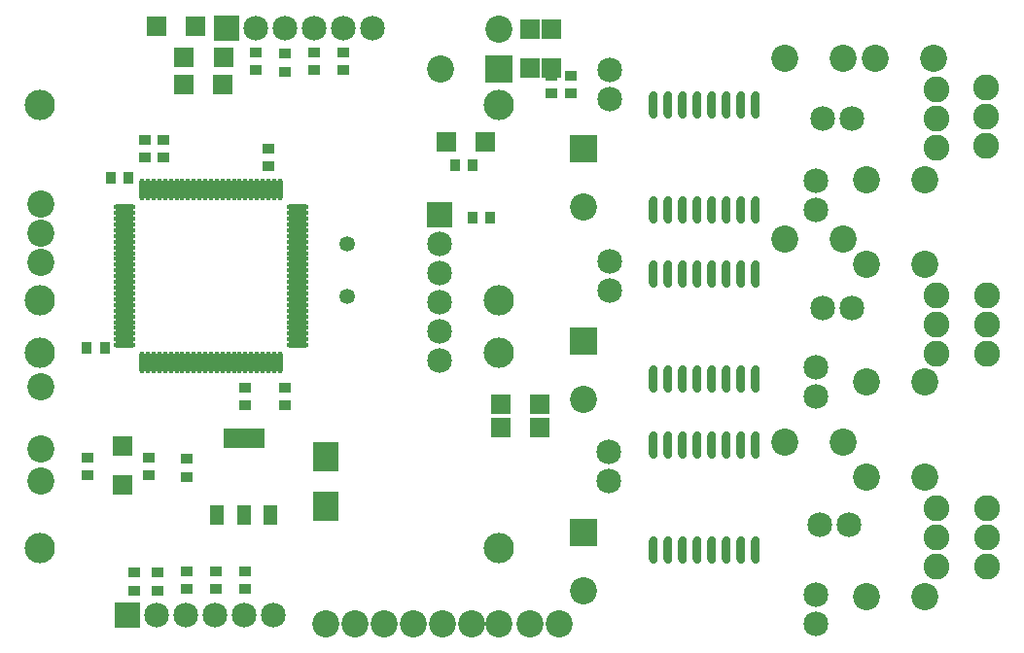
<source format=gts>
G04*
G04 #@! TF.GenerationSoftware,Altium Limited,Altium Designer,19.0.10 (269)*
G04*
G04 Layer_Color=8388736*
%FSLAX23Y23*%
%MOIN*%
G70*
G01*
G75*
%ADD14R,0.040X0.037*%
%ADD15R,0.070X0.070*%
%ADD16R,0.070X0.070*%
%ADD17O,0.077X0.018*%
%ADD18O,0.018X0.077*%
%ADD19R,0.037X0.040*%
%ADD20R,0.091X0.102*%
%ADD21R,0.049X0.067*%
%ADD22R,0.049X0.067*%
%ADD23R,0.142X0.067*%
%ADD24O,0.030X0.096*%
%ADD25C,0.104*%
%ADD26C,0.089*%
%ADD27C,0.085*%
%ADD28C,0.093*%
%ADD29R,0.093X0.093*%
%ADD30R,0.093X0.093*%
%ADD31R,0.085X0.085*%
%ADD32C,0.053*%
%ADD33R,0.085X0.085*%
%ADD34C,0.006*%
D14*
X5875Y4319D02*
D03*
Y4381D02*
D03*
X5940Y4320D02*
D03*
Y4381D02*
D03*
X4625Y3004D02*
D03*
Y3066D02*
D03*
X5160Y4399D02*
D03*
Y4461D02*
D03*
X5060Y4399D02*
D03*
Y4461D02*
D03*
X4960Y4394D02*
D03*
Y4456D02*
D03*
X4860Y4399D02*
D03*
Y4461D02*
D03*
X4480Y4161D02*
D03*
Y4099D02*
D03*
X4545Y4161D02*
D03*
Y4099D02*
D03*
X4905Y4069D02*
D03*
Y4131D02*
D03*
X4960Y3311D02*
D03*
Y3249D02*
D03*
X4825Y3311D02*
D03*
Y3249D02*
D03*
X4445Y2614D02*
D03*
Y2676D02*
D03*
X4286Y3009D02*
D03*
Y3070D02*
D03*
X4525Y2614D02*
D03*
Y2676D02*
D03*
X4625Y2619D02*
D03*
Y2681D02*
D03*
X4825D02*
D03*
Y2619D02*
D03*
X4725Y2681D02*
D03*
Y2619D02*
D03*
X4495Y3009D02*
D03*
Y3071D02*
D03*
D15*
X5800Y4406D02*
D03*
Y4540D02*
D03*
X5876D02*
D03*
Y4406D02*
D03*
X4405Y3110D02*
D03*
Y2976D02*
D03*
D16*
X5515Y4155D02*
D03*
X5649D02*
D03*
X5834Y3174D02*
D03*
X5700D02*
D03*
X5834Y3254D02*
D03*
X5700D02*
D03*
X4616Y4445D02*
D03*
X4750D02*
D03*
X4521Y4550D02*
D03*
X4655D02*
D03*
X4749Y4350D02*
D03*
X4615D02*
D03*
D17*
X5005Y3457D02*
D03*
Y3476D02*
D03*
Y3496D02*
D03*
Y3516D02*
D03*
Y3535D02*
D03*
Y3555D02*
D03*
Y3575D02*
D03*
Y3594D02*
D03*
Y3614D02*
D03*
Y3634D02*
D03*
Y3653D02*
D03*
Y3673D02*
D03*
Y3693D02*
D03*
Y3712D02*
D03*
Y3732D02*
D03*
Y3752D02*
D03*
Y3771D02*
D03*
Y3791D02*
D03*
Y3811D02*
D03*
Y3831D02*
D03*
Y3850D02*
D03*
Y3870D02*
D03*
Y3890D02*
D03*
Y3909D02*
D03*
Y3929D02*
D03*
X4411D02*
D03*
Y3909D02*
D03*
Y3890D02*
D03*
Y3870D02*
D03*
Y3850D02*
D03*
Y3831D02*
D03*
Y3811D02*
D03*
Y3791D02*
D03*
Y3771D02*
D03*
Y3752D02*
D03*
Y3732D02*
D03*
Y3712D02*
D03*
Y3693D02*
D03*
Y3673D02*
D03*
Y3653D02*
D03*
Y3634D02*
D03*
Y3614D02*
D03*
Y3594D02*
D03*
Y3575D02*
D03*
Y3555D02*
D03*
Y3535D02*
D03*
Y3516D02*
D03*
Y3496D02*
D03*
Y3476D02*
D03*
Y3457D02*
D03*
D18*
X4944Y3990D02*
D03*
X4924D02*
D03*
X4905D02*
D03*
X4885D02*
D03*
X4865D02*
D03*
X4846D02*
D03*
X4826D02*
D03*
X4806D02*
D03*
X4787D02*
D03*
X4767D02*
D03*
X4747D02*
D03*
X4727D02*
D03*
X4708D02*
D03*
X4688D02*
D03*
X4668D02*
D03*
X4649D02*
D03*
X4629D02*
D03*
X4609D02*
D03*
X4590D02*
D03*
X4570D02*
D03*
X4550D02*
D03*
X4531D02*
D03*
X4511D02*
D03*
X4491D02*
D03*
X4472D02*
D03*
Y3396D02*
D03*
X4491D02*
D03*
X4511D02*
D03*
X4531D02*
D03*
X4550D02*
D03*
X4570D02*
D03*
X4590D02*
D03*
X4609D02*
D03*
X4629D02*
D03*
X4649D02*
D03*
X4668D02*
D03*
X4688D02*
D03*
X4708D02*
D03*
X4727D02*
D03*
X4747D02*
D03*
X4767D02*
D03*
X4787D02*
D03*
X4806D02*
D03*
X4826D02*
D03*
X4846D02*
D03*
X4865D02*
D03*
X4885D02*
D03*
X4905D02*
D03*
X4924D02*
D03*
X4944D02*
D03*
D19*
X4426Y4030D02*
D03*
X4364D02*
D03*
X5606Y4075D02*
D03*
X5544D02*
D03*
X4343Y3448D02*
D03*
X4282D02*
D03*
X5666Y3895D02*
D03*
X5604D02*
D03*
D20*
X5100Y2905D02*
D03*
Y3075D02*
D03*
D21*
X4729Y2872D02*
D03*
D22*
X4820D02*
D03*
X4911D02*
D03*
D23*
X4820Y3138D02*
D03*
D24*
X6575Y3114D02*
D03*
X6525D02*
D03*
X6475D02*
D03*
X6425D02*
D03*
X6375D02*
D03*
X6325D02*
D03*
X6275D02*
D03*
X6225D02*
D03*
X6575Y2755D02*
D03*
X6525D02*
D03*
X6475D02*
D03*
X6425D02*
D03*
X6375D02*
D03*
X6325D02*
D03*
X6275D02*
D03*
X6225D02*
D03*
X6575Y3699D02*
D03*
X6525D02*
D03*
X6475D02*
D03*
X6425D02*
D03*
X6375D02*
D03*
X6325D02*
D03*
X6275D02*
D03*
X6225D02*
D03*
X6575Y3341D02*
D03*
X6525D02*
D03*
X6475D02*
D03*
X6425D02*
D03*
X6375D02*
D03*
X6325D02*
D03*
X6275D02*
D03*
X6225D02*
D03*
X6575Y4279D02*
D03*
X6525D02*
D03*
X6475D02*
D03*
X6425D02*
D03*
X6375D02*
D03*
X6325D02*
D03*
X6275D02*
D03*
X6225D02*
D03*
X6575Y3921D02*
D03*
X6525D02*
D03*
X6475D02*
D03*
X6425D02*
D03*
X6375D02*
D03*
X6325D02*
D03*
X6275D02*
D03*
X6225D02*
D03*
D25*
X5695Y3610D02*
D03*
X4120D02*
D03*
X5695Y4279D02*
D03*
X4120D02*
D03*
X5695Y2760D02*
D03*
X4120D02*
D03*
X5695Y3429D02*
D03*
X4120D02*
D03*
D26*
X7365Y4240D02*
D03*
Y4340D02*
D03*
Y4140D02*
D03*
X7368Y3527D02*
D03*
Y3627D02*
D03*
Y3427D02*
D03*
X7193Y2798D02*
D03*
Y2698D02*
D03*
Y2898D02*
D03*
Y4235D02*
D03*
Y4135D02*
D03*
Y4335D02*
D03*
Y3528D02*
D03*
Y3428D02*
D03*
Y3628D02*
D03*
X7368Y2797D02*
D03*
Y2897D02*
D03*
Y2697D02*
D03*
D27*
X6805Y4235D02*
D03*
X6905D02*
D03*
X6070Y2990D02*
D03*
Y3090D02*
D03*
X6075Y4300D02*
D03*
Y4400D02*
D03*
X5260Y4545D02*
D03*
X4860D02*
D03*
X5060D02*
D03*
X5160D02*
D03*
X4960D02*
D03*
X4920Y2530D02*
D03*
X4520D02*
D03*
X4720D02*
D03*
X4820D02*
D03*
X4620D02*
D03*
X6780Y3920D02*
D03*
Y4020D02*
D03*
Y3280D02*
D03*
Y3380D02*
D03*
X6805Y3585D02*
D03*
X6905D02*
D03*
X6075Y3645D02*
D03*
Y3745D02*
D03*
X6780Y2500D02*
D03*
Y2600D02*
D03*
X6795Y2840D02*
D03*
X6895D02*
D03*
X5490Y3405D02*
D03*
Y3805D02*
D03*
Y3605D02*
D03*
Y3505D02*
D03*
Y3705D02*
D03*
D28*
X5900Y2500D02*
D03*
X5800D02*
D03*
X5695D02*
D03*
X5100D02*
D03*
X5600D02*
D03*
X5500D02*
D03*
X5985Y3930D02*
D03*
X7155Y4025D02*
D03*
X6955D02*
D03*
X5695Y4540D02*
D03*
X6875Y3125D02*
D03*
X6675D02*
D03*
X6875Y3820D02*
D03*
X6675D02*
D03*
X6875Y4440D02*
D03*
X6675D02*
D03*
X7184D02*
D03*
X6984D02*
D03*
X7155Y3735D02*
D03*
X6955D02*
D03*
X5495Y4405D02*
D03*
X4125Y3940D02*
D03*
Y3840D02*
D03*
Y3740D02*
D03*
Y3315D02*
D03*
Y2990D02*
D03*
Y3100D02*
D03*
X5200Y2500D02*
D03*
X5300D02*
D03*
X5400D02*
D03*
X5985Y3270D02*
D03*
X7155Y3330D02*
D03*
X6955D02*
D03*
X5985Y2615D02*
D03*
X7155Y2595D02*
D03*
X6955D02*
D03*
X7155Y3005D02*
D03*
X6955D02*
D03*
D29*
X5985Y4130D02*
D03*
Y3470D02*
D03*
Y2815D02*
D03*
D30*
X5695Y4405D02*
D03*
D31*
X4760Y4545D02*
D03*
X4420Y2530D02*
D03*
D32*
X5175Y3622D02*
D03*
Y3805D02*
D03*
D33*
X5490Y3905D02*
D03*
D34*
X6448Y2559D02*
D03*
Y4488D02*
D03*
X4164Y2559D02*
D03*
Y4488D02*
D03*
M02*

</source>
